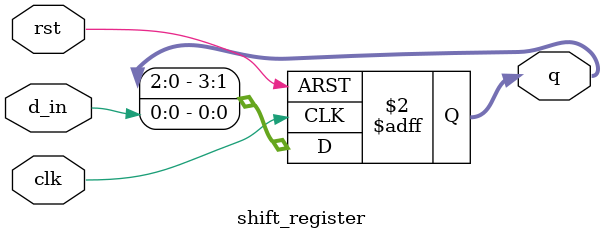
<source format=v>
module shift_register(clk, rst, d_in, q);

input clk, rst, d_in;
output reg[3:0] q;

always @(posedge clk or posedge rst) begin
    if (rst)
        q <= 4'b0000;
    else
        q <= {q[2:0], d_in};

end

endmodule
</source>
